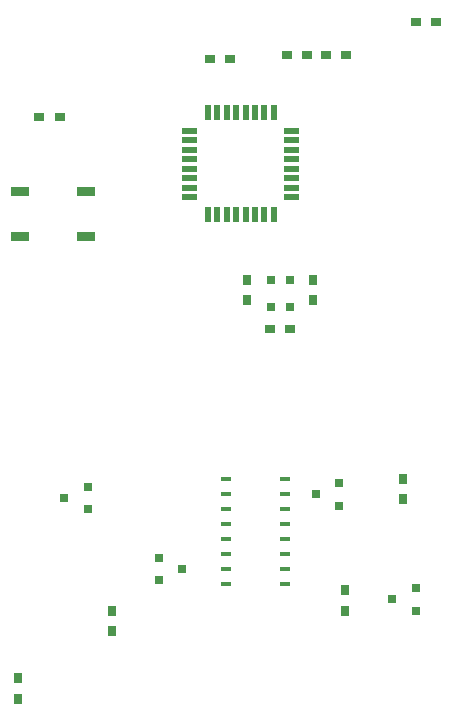
<source format=gbr>
G04 DipTrace Beta 2.9.0.1*
G04 TopPaste.gbr*
%MOIN*%
G04 #@! TF.FileFunction,Paste,Top*
G04 #@! TF.Part,Single*
%AMOUTLINE0*
4,1,4,
0.03,-0.015,
0.03,0.015,
-0.03,0.015,
-0.03,-0.015,
0.03,-0.015,
0*%
%AMOUTLINE1*
4,1,4,
-0.011,0.025,
-0.011,-0.025,
0.011,-0.025,
0.011,0.025,
-0.011,0.025,
0*%
%AMOUTLINE2*
4,1,4,
-0.025,0.011,
-0.025,-0.011,
0.025,-0.011,
0.025,0.011,
-0.025,0.011,
0*%
%ADD35R,0.035307X0.012079*%
%ADD37R,0.027433X0.03137*%
%ADD43R,0.03137X0.025465*%
%ADD45R,0.035307X0.03137*%
%ADD47R,0.03137X0.035307*%
%ADD50OUTLINE0*%
%ADD51OUTLINE1*%
%ADD52OUTLINE2*%
%FSLAX26Y26*%
G04*
G70*
G90*
G75*
G01*
G04 TopPaste*
%LPD*%
D47*
X1506470Y1856608D3*
Y1789678D3*
X1287697Y1856608D3*
Y1789678D3*
D45*
X1850535Y2718500D3*
X1917465D3*
X1231465Y2594500D3*
X1164535D3*
D43*
X1850276Y756098D3*
Y830902D3*
X1772223Y793500D3*
X1594276Y1106098D3*
Y1180902D3*
X1516223Y1143500D3*
X756526Y1094098D3*
Y1168902D3*
X678474Y1131500D3*
X994000Y931500D3*
Y856697D3*
X1072052Y894098D3*
D45*
X1618982Y2606686D3*
X1552052D3*
D47*
X525117Y462711D3*
Y529640D3*
X838251Y688035D3*
Y754965D3*
D45*
X1431462Y1694091D3*
X1364533D3*
D47*
X1806501Y1194038D3*
Y1127109D3*
X1613000Y756035D3*
Y822965D3*
D45*
X1487465Y2606500D3*
X1420535D3*
X662465Y2402500D3*
X595535D3*
D50*
X750000Y2002500D3*
X530000D3*
X750000Y2152500D3*
X530000D3*
D51*
X1156764Y2075500D3*
X1188260D3*
X1219756D3*
X1251252D3*
X1282748D3*
X1314244D3*
X1345740D3*
X1377236D3*
D52*
X1436000Y2134264D3*
Y2165760D3*
Y2197256D3*
Y2228752D3*
Y2260248D3*
Y2291744D3*
Y2323240D3*
Y2354736D3*
D51*
X1377236Y2413500D3*
X1345740D3*
X1314244D3*
X1282748D3*
X1251252D3*
X1219756D3*
X1188260D3*
X1156764D3*
D52*
X1098000Y2354736D3*
Y2323240D3*
Y2291744D3*
Y2260248D3*
Y2228752D3*
Y2197256D3*
Y2165760D3*
Y2134264D3*
D37*
X1368898Y1856201D3*
Y1768799D3*
X1431102D3*
Y1856201D3*
D35*
X1412749Y844000D3*
Y894000D3*
Y944000D3*
Y994000D3*
Y1044000D3*
Y1094000D3*
Y1144000D3*
Y1194000D3*
X1215899D3*
Y1144000D3*
Y1094000D3*
Y1044000D3*
Y994000D3*
Y944000D3*
Y894000D3*
Y844000D3*
M02*

</source>
